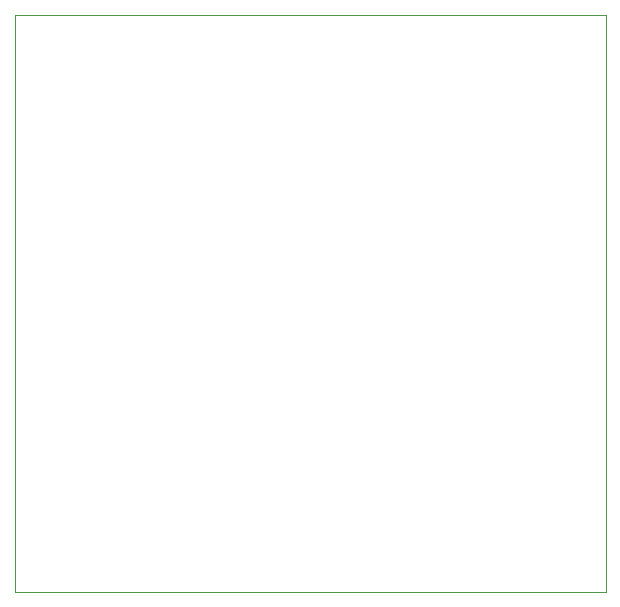
<source format=gbr>
G75*
G70*
%OFA0B0*%
%FSLAX25Y25*%
%IPPOS*%
%LPD*%
%AMOC8*
5,1,8,0,0,1.08239X$1,22.5*
%
%ADD10C,0.00100*%
D10*
X0010000Y0010000D02*
X0010000Y0202500D01*
X0206860Y0202500D01*
X0206860Y0010000D01*
X0010000Y0010000D01*
M02*

</source>
